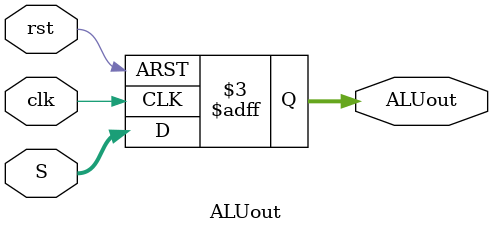
<source format=v>
module ALUout
(
	input clk,
	input rst,
	input [31:0]S,
	output reg [31:0]ALUout
);

always @(negedge rst or posedge clk)
	if(!rst)
	ALUout<=0;
	else
	ALUout<=S;
	
endmodule 
</source>
